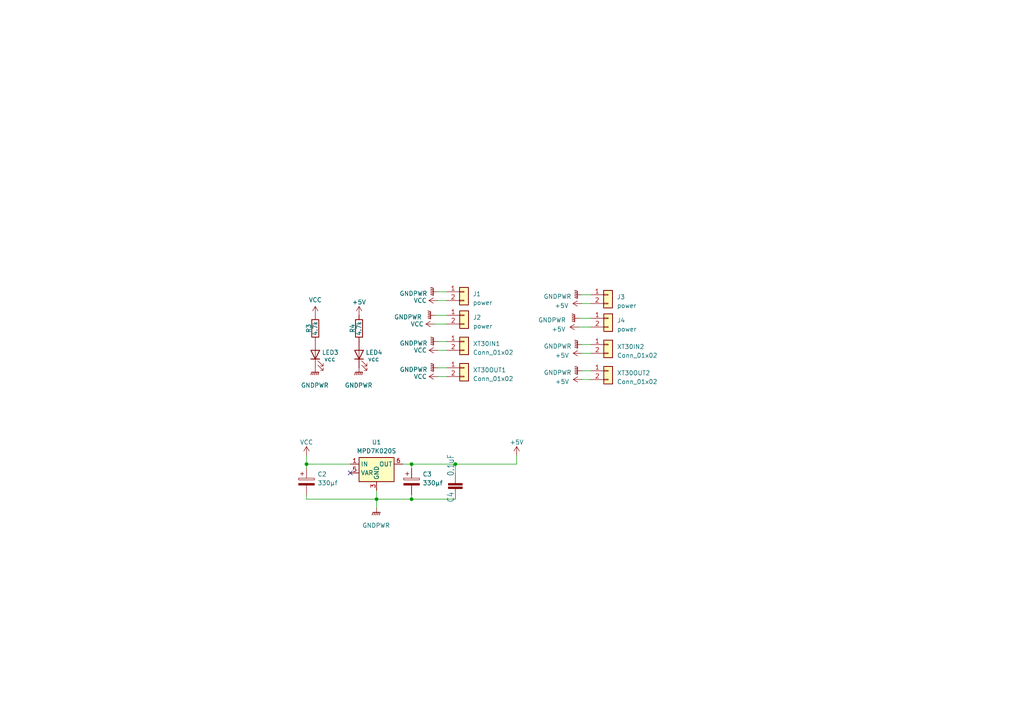
<source format=kicad_sch>
(kicad_sch (version 20230121) (generator eeschema)

  (uuid ec6757b7-ac67-484a-a28e-639569823ef4)

  (paper "A4")

  (lib_symbols
    (symbol "Connector_Generic:Conn_01x02" (pin_names (offset 1.016) hide) (in_bom yes) (on_board yes)
      (property "Reference" "J" (at 0 2.54 0)
        (effects (font (size 1.27 1.27)))
      )
      (property "Value" "Conn_01x02" (at 0 -5.08 0)
        (effects (font (size 1.27 1.27)))
      )
      (property "Footprint" "" (at 0 0 0)
        (effects (font (size 1.27 1.27)) hide)
      )
      (property "Datasheet" "~" (at 0 0 0)
        (effects (font (size 1.27 1.27)) hide)
      )
      (property "ki_keywords" "connector" (at 0 0 0)
        (effects (font (size 1.27 1.27)) hide)
      )
      (property "ki_description" "Generic connector, single row, 01x02, script generated (kicad-library-utils/schlib/autogen/connector/)" (at 0 0 0)
        (effects (font (size 1.27 1.27)) hide)
      )
      (property "ki_fp_filters" "Connector*:*_1x??_*" (at 0 0 0)
        (effects (font (size 1.27 1.27)) hide)
      )
      (symbol "Conn_01x02_1_1"
        (rectangle (start -1.27 -2.413) (end 0 -2.667)
          (stroke (width 0.1524) (type default))
          (fill (type none))
        )
        (rectangle (start -1.27 0.127) (end 0 -0.127)
          (stroke (width 0.1524) (type default))
          (fill (type none))
        )
        (rectangle (start -1.27 1.27) (end 1.27 -3.81)
          (stroke (width 0.254) (type default))
          (fill (type background))
        )
        (pin passive line (at -5.08 0 0) (length 3.81)
          (name "Pin_1" (effects (font (size 1.27 1.27))))
          (number "1" (effects (font (size 1.27 1.27))))
        )
        (pin passive line (at -5.08 -2.54 0) (length 3.81)
          (name "Pin_2" (effects (font (size 1.27 1.27))))
          (number "2" (effects (font (size 1.27 1.27))))
        )
      )
    )
    (symbol "Device:C_Polarized" (pin_numbers hide) (pin_names (offset 0.254)) (in_bom yes) (on_board yes)
      (property "Reference" "C" (at 0.635 2.54 0)
        (effects (font (size 1.27 1.27)) (justify left))
      )
      (property "Value" "C_Polarized" (at 0.635 -2.54 0)
        (effects (font (size 1.27 1.27)) (justify left))
      )
      (property "Footprint" "" (at 0.9652 -3.81 0)
        (effects (font (size 1.27 1.27)) hide)
      )
      (property "Datasheet" "~" (at 0 0 0)
        (effects (font (size 1.27 1.27)) hide)
      )
      (property "ki_keywords" "cap capacitor" (at 0 0 0)
        (effects (font (size 1.27 1.27)) hide)
      )
      (property "ki_description" "Polarized capacitor" (at 0 0 0)
        (effects (font (size 1.27 1.27)) hide)
      )
      (property "ki_fp_filters" "CP_*" (at 0 0 0)
        (effects (font (size 1.27 1.27)) hide)
      )
      (symbol "C_Polarized_0_1"
        (rectangle (start -2.286 0.508) (end 2.286 1.016)
          (stroke (width 0) (type default))
          (fill (type none))
        )
        (polyline
          (pts
            (xy -1.778 2.286)
            (xy -0.762 2.286)
          )
          (stroke (width 0) (type default))
          (fill (type none))
        )
        (polyline
          (pts
            (xy -1.27 2.794)
            (xy -1.27 1.778)
          )
          (stroke (width 0) (type default))
          (fill (type none))
        )
        (rectangle (start 2.286 -0.508) (end -2.286 -1.016)
          (stroke (width 0) (type default))
          (fill (type outline))
        )
      )
      (symbol "C_Polarized_1_1"
        (pin passive line (at 0 3.81 270) (length 2.794)
          (name "~" (effects (font (size 1.27 1.27))))
          (number "1" (effects (font (size 1.27 1.27))))
        )
        (pin passive line (at 0 -3.81 90) (length 2.794)
          (name "~" (effects (font (size 1.27 1.27))))
          (number "2" (effects (font (size 1.27 1.27))))
        )
      )
    )
    (symbol "Device:LED" (pin_numbers hide) (pin_names (offset 1.016) hide) (in_bom yes) (on_board yes)
      (property "Reference" "D" (at 0 2.54 0)
        (effects (font (size 1.27 1.27)))
      )
      (property "Value" "LED" (at 0 -2.54 0)
        (effects (font (size 1.27 1.27)))
      )
      (property "Footprint" "" (at 0 0 0)
        (effects (font (size 1.27 1.27)) hide)
      )
      (property "Datasheet" "~" (at 0 0 0)
        (effects (font (size 1.27 1.27)) hide)
      )
      (property "ki_keywords" "LED diode" (at 0 0 0)
        (effects (font (size 1.27 1.27)) hide)
      )
      (property "ki_description" "Light emitting diode" (at 0 0 0)
        (effects (font (size 1.27 1.27)) hide)
      )
      (property "ki_fp_filters" "LED* LED_SMD:* LED_THT:*" (at 0 0 0)
        (effects (font (size 1.27 1.27)) hide)
      )
      (symbol "LED_0_1"
        (polyline
          (pts
            (xy -1.27 -1.27)
            (xy -1.27 1.27)
          )
          (stroke (width 0.254) (type default))
          (fill (type none))
        )
        (polyline
          (pts
            (xy -1.27 0)
            (xy 1.27 0)
          )
          (stroke (width 0) (type default))
          (fill (type none))
        )
        (polyline
          (pts
            (xy 1.27 -1.27)
            (xy 1.27 1.27)
            (xy -1.27 0)
            (xy 1.27 -1.27)
          )
          (stroke (width 0.254) (type default))
          (fill (type none))
        )
        (polyline
          (pts
            (xy -3.048 -0.762)
            (xy -4.572 -2.286)
            (xy -3.81 -2.286)
            (xy -4.572 -2.286)
            (xy -4.572 -1.524)
          )
          (stroke (width 0) (type default))
          (fill (type none))
        )
        (polyline
          (pts
            (xy -1.778 -0.762)
            (xy -3.302 -2.286)
            (xy -2.54 -2.286)
            (xy -3.302 -2.286)
            (xy -3.302 -1.524)
          )
          (stroke (width 0) (type default))
          (fill (type none))
        )
      )
      (symbol "LED_1_1"
        (pin passive line (at -3.81 0 0) (length 2.54)
          (name "K" (effects (font (size 1.27 1.27))))
          (number "1" (effects (font (size 1.27 1.27))))
        )
        (pin passive line (at 3.81 0 180) (length 2.54)
          (name "A" (effects (font (size 1.27 1.27))))
          (number "2" (effects (font (size 1.27 1.27))))
        )
      )
    )
    (symbol "Device:R" (pin_numbers hide) (pin_names (offset 0)) (in_bom yes) (on_board yes)
      (property "Reference" "R" (at 2.032 0 90)
        (effects (font (size 1.27 1.27)))
      )
      (property "Value" "R" (at 0 0 90)
        (effects (font (size 1.27 1.27)))
      )
      (property "Footprint" "" (at -1.778 0 90)
        (effects (font (size 1.27 1.27)) hide)
      )
      (property "Datasheet" "~" (at 0 0 0)
        (effects (font (size 1.27 1.27)) hide)
      )
      (property "ki_keywords" "R res resistor" (at 0 0 0)
        (effects (font (size 1.27 1.27)) hide)
      )
      (property "ki_description" "Resistor" (at 0 0 0)
        (effects (font (size 1.27 1.27)) hide)
      )
      (property "ki_fp_filters" "R_*" (at 0 0 0)
        (effects (font (size 1.27 1.27)) hide)
      )
      (symbol "R_0_1"
        (rectangle (start -1.016 -2.54) (end 1.016 2.54)
          (stroke (width 0.254) (type default))
          (fill (type none))
        )
      )
      (symbol "R_1_1"
        (pin passive line (at 0 3.81 270) (length 1.27)
          (name "~" (effects (font (size 1.27 1.27))))
          (number "1" (effects (font (size 1.27 1.27))))
        )
        (pin passive line (at 0 -3.81 90) (length 1.27)
          (name "~" (effects (font (size 1.27 1.27))))
          (number "2" (effects (font (size 1.27 1.27))))
        )
      )
    )
    (symbol "power:+5V" (power) (pin_names (offset 0)) (in_bom yes) (on_board yes)
      (property "Reference" "#PWR" (at 0 -3.81 0)
        (effects (font (size 1.27 1.27)) hide)
      )
      (property "Value" "+5V" (at 0 3.556 0)
        (effects (font (size 1.27 1.27)))
      )
      (property "Footprint" "" (at 0 0 0)
        (effects (font (size 1.27 1.27)) hide)
      )
      (property "Datasheet" "" (at 0 0 0)
        (effects (font (size 1.27 1.27)) hide)
      )
      (property "ki_keywords" "global power" (at 0 0 0)
        (effects (font (size 1.27 1.27)) hide)
      )
      (property "ki_description" "Power symbol creates a global label with name \"+5V\"" (at 0 0 0)
        (effects (font (size 1.27 1.27)) hide)
      )
      (symbol "+5V_0_1"
        (polyline
          (pts
            (xy -0.762 1.27)
            (xy 0 2.54)
          )
          (stroke (width 0) (type default))
          (fill (type none))
        )
        (polyline
          (pts
            (xy 0 0)
            (xy 0 2.54)
          )
          (stroke (width 0) (type default))
          (fill (type none))
        )
        (polyline
          (pts
            (xy 0 2.54)
            (xy 0.762 1.27)
          )
          (stroke (width 0) (type default))
          (fill (type none))
        )
      )
      (symbol "+5V_1_1"
        (pin power_in line (at 0 0 90) (length 0) hide
          (name "+5V" (effects (font (size 1.27 1.27))))
          (number "1" (effects (font (size 1.27 1.27))))
        )
      )
    )
    (symbol "power:GNDPWR" (power) (pin_names (offset 0)) (in_bom yes) (on_board yes)
      (property "Reference" "#PWR" (at 0 -5.08 0)
        (effects (font (size 1.27 1.27)) hide)
      )
      (property "Value" "GNDPWR" (at 0 -3.302 0)
        (effects (font (size 1.27 1.27)))
      )
      (property "Footprint" "" (at 0 -1.27 0)
        (effects (font (size 1.27 1.27)) hide)
      )
      (property "Datasheet" "" (at 0 -1.27 0)
        (effects (font (size 1.27 1.27)) hide)
      )
      (property "ki_keywords" "global ground" (at 0 0 0)
        (effects (font (size 1.27 1.27)) hide)
      )
      (property "ki_description" "Power symbol creates a global label with name \"GNDPWR\" , global ground" (at 0 0 0)
        (effects (font (size 1.27 1.27)) hide)
      )
      (symbol "GNDPWR_0_1"
        (polyline
          (pts
            (xy 0 -1.27)
            (xy 0 0)
          )
          (stroke (width 0) (type default))
          (fill (type none))
        )
        (polyline
          (pts
            (xy -1.016 -1.27)
            (xy -1.27 -2.032)
            (xy -1.27 -2.032)
          )
          (stroke (width 0.2032) (type default))
          (fill (type none))
        )
        (polyline
          (pts
            (xy -0.508 -1.27)
            (xy -0.762 -2.032)
            (xy -0.762 -2.032)
          )
          (stroke (width 0.2032) (type default))
          (fill (type none))
        )
        (polyline
          (pts
            (xy 0 -1.27)
            (xy -0.254 -2.032)
            (xy -0.254 -2.032)
          )
          (stroke (width 0.2032) (type default))
          (fill (type none))
        )
        (polyline
          (pts
            (xy 0.508 -1.27)
            (xy 0.254 -2.032)
            (xy 0.254 -2.032)
          )
          (stroke (width 0.2032) (type default))
          (fill (type none))
        )
        (polyline
          (pts
            (xy 1.016 -1.27)
            (xy -1.016 -1.27)
            (xy -1.016 -1.27)
          )
          (stroke (width 0.2032) (type default))
          (fill (type none))
        )
        (polyline
          (pts
            (xy 1.016 -1.27)
            (xy 0.762 -2.032)
            (xy 0.762 -2.032)
            (xy 0.762 -2.032)
          )
          (stroke (width 0.2032) (type default))
          (fill (type none))
        )
      )
      (symbol "GNDPWR_1_1"
        (pin power_in line (at 0 0 270) (length 0) hide
          (name "GNDPWR" (effects (font (size 1.27 1.27))))
          (number "1" (effects (font (size 1.27 1.27))))
        )
      )
    )
    (symbol "power:VCC" (power) (pin_names (offset 0)) (in_bom yes) (on_board yes)
      (property "Reference" "#PWR" (at 0 -3.81 0)
        (effects (font (size 1.27 1.27)) hide)
      )
      (property "Value" "VCC" (at 0 3.81 0)
        (effects (font (size 1.27 1.27)))
      )
      (property "Footprint" "" (at 0 0 0)
        (effects (font (size 1.27 1.27)) hide)
      )
      (property "Datasheet" "" (at 0 0 0)
        (effects (font (size 1.27 1.27)) hide)
      )
      (property "ki_keywords" "global power" (at 0 0 0)
        (effects (font (size 1.27 1.27)) hide)
      )
      (property "ki_description" "Power symbol creates a global label with name \"VCC\"" (at 0 0 0)
        (effects (font (size 1.27 1.27)) hide)
      )
      (symbol "VCC_0_1"
        (polyline
          (pts
            (xy -0.762 1.27)
            (xy 0 2.54)
          )
          (stroke (width 0) (type default))
          (fill (type none))
        )
        (polyline
          (pts
            (xy 0 0)
            (xy 0 2.54)
          )
          (stroke (width 0) (type default))
          (fill (type none))
        )
        (polyline
          (pts
            (xy 0 2.54)
            (xy 0.762 1.27)
          )
          (stroke (width 0) (type default))
          (fill (type none))
        )
      )
      (symbol "VCC_1_1"
        (pin power_in line (at 0 0 90) (length 0) hide
          (name "VCC" (effects (font (size 1.27 1.27))))
          (number "1" (effects (font (size 1.27 1.27))))
        )
      )
    )
    (symbol "thistunalib_Converter_DCDC:MPD7K020S" (in_bom yes) (on_board yes)
      (property "Reference" "U" (at -3.81 3.175 0)
        (effects (font (size 1.27 1.27)))
      )
      (property "Value" "MPD7K020S" (at 0 3.175 0)
        (effects (font (size 1.27 1.27)) (justify left))
      )
      (property "Footprint" "thistunalib_Converter_DCDC:Converter_DCDC_muRata_MPD7K020S_THT" (at 1.27 -6.35 0)
        (effects (font (size 1.27 1.27) italic) (justify left) hide)
      )
      (property "Datasheet" "" (at 0 0 0)
        (effects (font (size 1.27 1.27)) hide)
      )
      (property "ki_keywords" "dc-dc murata Step-Down DC/DC-Regulator" (at 0 0 0)
        (effects (font (size 1.27 1.27)) hide)
      )
      (property "ki_description" "5A(5A) 3A(12V) Step-Down DC/DC-Regulator, 17-40V input, 5V or 12V fixed Output Voltage, -10°C to +80°C, MPD7K020S" (at 0 0 0)
        (effects (font (size 1.27 1.27)) hide)
      )
      (property "ki_fp_filters" "Converter*DCDC*muRata*MPD7K020S*" (at 0 0 0)
        (effects (font (size 1.27 1.27)) hide)
      )
      (symbol "MPD7K020S_0_1"
        (rectangle (start -5.08 1.905) (end 5.08 -5.08)
          (stroke (width 0.254) (type solid))
          (fill (type background))
        )
      )
      (symbol "MPD7K020S_1_1"
        (pin power_in line (at -7.62 0 0) (length 2.54)
          (name "IN" (effects (font (size 1.27 1.27))))
          (number "1" (effects (font (size 1.27 1.27))))
        )
        (pin power_in line (at -7.62 0 0) (length 2.54) hide
          (name "IN" (effects (font (size 1.27 1.27))))
          (number "2" (effects (font (size 1.27 1.27))))
        )
        (pin power_in line (at 0 -7.62 90) (length 2.54)
          (name "GND" (effects (font (size 1.27 1.27))))
          (number "3" (effects (font (size 1.27 1.27))))
        )
        (pin power_in line (at 0 -7.62 90) (length 2.54) hide
          (name "GND" (effects (font (size 1.27 1.27))))
          (number "4" (effects (font (size 1.27 1.27))))
        )
        (pin input line (at -7.62 -2.54 0) (length 2.54)
          (name "VAR" (effects (font (size 1.27 1.27))))
          (number "5" (effects (font (size 1.27 1.27))))
        )
        (pin power_out line (at 7.62 0 180) (length 2.54)
          (name "OUT" (effects (font (size 1.27 1.27))))
          (number "6" (effects (font (size 1.27 1.27))))
        )
        (pin power_out line (at 7.62 0 180) (length 2.54) hide
          (name "OUT" (effects (font (size 1.27 1.27))))
          (number "7" (effects (font (size 1.27 1.27))))
        )
        (pin power_in line (at 0 -7.62 90) (length 2.54) hide
          (name "GND" (effects (font (size 1.27 1.27))))
          (number "8" (effects (font (size 1.27 1.27))))
        )
      )
    )
    (symbol "ver1-eagle-import:C-EUC0805" (in_bom yes) (on_board yes)
      (property "Reference" "C" (at 1.524 0.381 0)
        (effects (font (size 1.778 1.5113)) (justify left bottom))
      )
      (property "Value" "" (at 1.524 -4.699 0)
        (effects (font (size 1.778 1.5113)) (justify left bottom))
      )
      (property "Footprint" "ver1:C0805" (at 0 0 0)
        (effects (font (size 1.27 1.27)) hide)
      )
      (property "Datasheet" "" (at 0 0 0)
        (effects (font (size 1.27 1.27)) hide)
      )
      (property "ki_locked" "" (at 0 0 0)
        (effects (font (size 1.27 1.27)))
      )
      (symbol "C-EUC0805_1_0"
        (rectangle (start -2.032 -2.032) (end 2.032 -1.524)
          (stroke (width 0) (type default))
          (fill (type outline))
        )
        (rectangle (start -2.032 -1.016) (end 2.032 -0.508)
          (stroke (width 0) (type default))
          (fill (type outline))
        )
        (polyline
          (pts
            (xy 0 -2.54)
            (xy 0 -2.032)
          )
          (stroke (width 0.1524) (type solid))
          (fill (type none))
        )
        (polyline
          (pts
            (xy 0 0)
            (xy 0 -0.508)
          )
          (stroke (width 0.1524) (type solid))
          (fill (type none))
        )
        (pin passive line (at 0 2.54 270) (length 2.54)
          (name "1" (effects (font (size 0 0))))
          (number "1" (effects (font (size 0 0))))
        )
        (pin passive line (at 0 -5.08 90) (length 2.54)
          (name "2" (effects (font (size 0 0))))
          (number "2" (effects (font (size 0 0))))
        )
      )
    )
  )

  (junction (at 132.08 134.62) (diameter 0) (color 0 0 0 0)
    (uuid 24f39a11-692a-4b30-a385-5b92741eeb62)
  )
  (junction (at 88.9 134.62) (diameter 0) (color 0 0 0 0)
    (uuid 2d77ad7a-73db-4e4a-87b8-664e6c4a5e79)
  )
  (junction (at 109.22 144.78) (diameter 0) (color 0 0 0 0)
    (uuid 5e5fc43d-700b-4bf6-b6ed-725ba17d4c4c)
  )
  (junction (at 119.38 134.62) (diameter 0) (color 0 0 0 0)
    (uuid b99ae169-265b-47b8-b053-84bce2353465)
  )
  (junction (at 119.38 144.78) (diameter 0) (color 0 0 0 0)
    (uuid e979ce37-8485-4bf3-925d-48fb2a5b7f1e)
  )

  (no_connect (at 101.6 137.16) (uuid 9d477f68-bc01-4c8c-9aca-d2baa26a14cc))

  (wire (pts (xy 126.0877 93.9935) (xy 129.1769 93.9935))
    (stroke (width 0) (type default))
    (uuid 0835df2e-fceb-4b6b-9bf9-f83f2a29f1e1)
  )
  (wire (pts (xy 109.22 144.78) (xy 119.38 144.78))
    (stroke (width 0) (type default))
    (uuid 09f3a189-ccdf-47f7-86c9-2f7487c6e5a5)
  )
  (wire (pts (xy 119.38 134.62) (xy 119.38 135.89))
    (stroke (width 0) (type default))
    (uuid 0b2aba75-c531-44cf-a72d-8024a1ed42e2)
  )
  (wire (pts (xy 129.2055 91.4499) (xy 129.2055 91.44))
    (stroke (width 0) (type default))
    (uuid 0fdd3133-e66b-475a-8733-4ff6ac7e044f)
  )
  (wire (pts (xy 88.9 134.62) (xy 88.9 135.89))
    (stroke (width 0) (type default))
    (uuid 10e8637c-cd42-4bf8-87b2-0ce9885e1232)
  )
  (wire (pts (xy 127 109.22) (xy 129.54 109.22))
    (stroke (width 0) (type default))
    (uuid 175231c5-a2b7-4555-85bc-dcd7f7adfc78)
  )
  (wire (pts (xy 88.9 144.78) (xy 109.22 144.78))
    (stroke (width 0) (type default))
    (uuid 19e2ef67-c9b8-4a8b-b596-6cd15ffae316)
  )
  (wire (pts (xy 88.9 132.08) (xy 88.9 134.62))
    (stroke (width 0) (type default))
    (uuid 1bc8e65e-c501-47d4-ac9d-cf8e4c4dac90)
  )
  (wire (pts (xy 101.6 134.62) (xy 88.9 134.62))
    (stroke (width 0) (type default))
    (uuid 1cfde6ed-f855-4e12-af22-95c715a10ae4)
  )
  (wire (pts (xy 127 101.6) (xy 129.54 101.6))
    (stroke (width 0) (type default))
    (uuid 1eafe33a-c934-499f-aacd-0d721ad76961)
  )
  (wire (pts (xy 132.08 134.62) (xy 132.08 137.16))
    (stroke (width 0) (type default))
    (uuid 21c056bf-e0aa-40ea-8c5a-e06617810f27)
  )
  (wire (pts (xy 129.1769 93.9935) (xy 129.1769 93.98))
    (stroke (width 0) (type default))
    (uuid 2cb1e177-c3dd-4893-aeaf-3f2f945da9b6)
  )
  (wire (pts (xy 109.22 144.78) (xy 109.22 142.24))
    (stroke (width 0) (type default))
    (uuid 414d384a-b980-48ce-8445-5e721dfa2076)
  )
  (wire (pts (xy 119.38 134.62) (xy 116.84 134.62))
    (stroke (width 0) (type default))
    (uuid 4bfa9235-ee67-4798-88bc-b2a2e9856756)
  )
  (wire (pts (xy 170.9913 92.3098) (xy 171.3258 92.3098))
    (stroke (width 0) (type default))
    (uuid 52213c9d-d441-4928-8771-4b8782f7465a)
  )
  (wire (pts (xy 119.38 144.78) (xy 132.08 144.78))
    (stroke (width 0) (type default))
    (uuid 56cab213-1fc4-4a33-b75e-920cdba0f28a)
  )
  (wire (pts (xy 168.7858 99.9298) (xy 171.3258 99.9298))
    (stroke (width 0) (type default))
    (uuid 5ec3c0b5-0c80-4842-8e3e-4b1107c0e407)
  )
  (wire (pts (xy 167.8735 94.8633) (xy 170.7292 94.8633))
    (stroke (width 0) (type default))
    (uuid 60082f13-919a-452a-914f-55f3609f0386)
  )
  (wire (pts (xy 129.2055 91.44) (xy 129.54 91.44))
    (stroke (width 0) (type default))
    (uuid 62087bcc-b4fb-47d1-8ea5-18105a4ece97)
  )
  (wire (pts (xy 127 106.68) (xy 129.54 106.68))
    (stroke (width 0) (type default))
    (uuid 63ceabb0-ec61-44f5-9ecd-d3c4de5f7f10)
  )
  (wire (pts (xy 88.9 143.51) (xy 88.9 144.78))
    (stroke (width 0) (type default))
    (uuid 716b20d3-ec06-4139-8530-afa9cad5b4b1)
  )
  (wire (pts (xy 109.22 147.32) (xy 109.22 144.78))
    (stroke (width 0) (type default))
    (uuid 75a07a3a-f500-4326-8577-8c60913992f5)
  )
  (wire (pts (xy 168.741 88.0383) (xy 171.281 88.0383))
    (stroke (width 0) (type default))
    (uuid 783c1a1d-1b1e-4af7-ad88-9a210241fd47)
  )
  (wire (pts (xy 170.7292 94.8498) (xy 171.3258 94.8498))
    (stroke (width 0) (type default))
    (uuid 7a23a300-d280-400f-acd5-9d069951f5e4)
  )
  (wire (pts (xy 127 99.06) (xy 129.54 99.06))
    (stroke (width 0) (type default))
    (uuid 7be83541-f166-4dfd-bc9e-6bb96c33cfd9)
  )
  (wire (pts (xy 171.281 85.4983) (xy 168.741 85.4983))
    (stroke (width 0) (type default))
    (uuid 827713c3-81df-415d-8fca-4c1ffbc23843)
  )
  (wire (pts (xy 168.7858 107.5498) (xy 171.3258 107.5498))
    (stroke (width 0) (type default))
    (uuid 88e28e9a-0abc-46a4-a636-c1a7de8f0974)
  )
  (wire (pts (xy 119.38 134.62) (xy 132.08 134.62))
    (stroke (width 0) (type default))
    (uuid 8b9c5f79-4638-4724-aeb9-db03fc484cfb)
  )
  (wire (pts (xy 170.8236 110.0656) (xy 170.8236 110.0898))
    (stroke (width 0) (type default))
    (uuid 90b8866a-fdd8-445a-a0b0-c91602f1b74b)
  )
  (wire (pts (xy 170.9913 92.3197) (xy 170.9913 92.3098))
    (stroke (width 0) (type default))
    (uuid 9aeca5eb-0c5d-48d2-bb6e-8c625a90a7ee)
  )
  (wire (pts (xy 170.7292 94.8633) (xy 170.7292 94.8498))
    (stroke (width 0) (type default))
    (uuid 9e57bb62-c566-4ed7-a8f3-a56ceac2dbc9)
  )
  (wire (pts (xy 129.1769 93.98) (xy 129.54 93.98))
    (stroke (width 0) (type default))
    (uuid 9e69d249-9fc1-458c-9274-8f7df54be43f)
  )
  (wire (pts (xy 149.86 132.08) (xy 149.86 134.62))
    (stroke (width 0) (type default))
    (uuid abda7738-ba79-4ff9-8650-19c859bbfad6)
  )
  (wire (pts (xy 126.1791 91.4499) (xy 129.2055 91.4499))
    (stroke (width 0) (type default))
    (uuid b42d1a3a-ceba-4189-849b-556177589069)
  )
  (wire (pts (xy 126.9552 87.1685) (xy 129.4952 87.1685))
    (stroke (width 0) (type default))
    (uuid b47694cc-7f0d-4e0e-a169-dfa25e49d855)
  )
  (wire (pts (xy 167.9649 92.3197) (xy 170.9913 92.3197))
    (stroke (width 0) (type default))
    (uuid cd8bcc67-cb6b-4094-9588-1e4ee2cc040d)
  )
  (wire (pts (xy 168.7858 102.4698) (xy 171.3258 102.4698))
    (stroke (width 0) (type default))
    (uuid d03c752a-6145-4227-a1cb-50b7f0ee2d79)
  )
  (wire (pts (xy 170.8236 110.0898) (xy 171.3258 110.0898))
    (stroke (width 0) (type default))
    (uuid d1da0b33-a523-40b4-ac46-3942ec9d9a77)
  )
  (wire (pts (xy 129.4952 84.6285) (xy 126.9552 84.6285))
    (stroke (width 0) (type default))
    (uuid d6dac130-d932-44c2-a2e0-a9eb21b6aa90)
  )
  (wire (pts (xy 119.38 144.78) (xy 119.38 143.51))
    (stroke (width 0) (type default))
    (uuid d9d6df8d-8267-487f-8167-cadd8b7d3e37)
  )
  (wire (pts (xy 168.8137 110.0656) (xy 170.8236 110.0656))
    (stroke (width 0) (type default))
    (uuid ef764065-85f1-4291-966b-ae5c390861f0)
  )
  (wire (pts (xy 132.08 134.62) (xy 149.86 134.62))
    (stroke (width 0) (type default))
    (uuid f3152e87-e136-40a6-a2de-907673fb0ee2)
  )

  (symbol (lib_id "Device:C_Polarized") (at 119.38 139.7 0) (unit 1)
    (in_bom yes) (on_board yes) (dnp no)
    (uuid 020037b9-217a-43be-956a-dc121e551879)
    (property "Reference" "C9" (at 122.555 137.541 0)
      (effects (font (size 1.27 1.27)) (justify left))
    )
    (property "Value" "330μf" (at 122.555 140.081 0)
      (effects (font (size 1.27 1.27)) (justify left))
    )
    (property "Footprint" "Capacitor_SMD:CP_Elec_10x10" (at 120.3452 143.51 0)
      (effects (font (size 1.27 1.27)) hide)
    )
    (property "Datasheet" "~" (at 119.38 139.7 0)
      (effects (font (size 1.27 1.27)) hide)
    )
    (pin "1" (uuid bf437f6a-2860-4767-b228-b9605a37cca1))
    (pin "2" (uuid 6d088a0b-b55e-4c1e-89cd-45cac67a81d8))
    (instances
      (project "ALTAIR_SERVO_MODULE_V1"
        (path "/5f8291ae-6b30-4227-b99f-27fcfbfcfd0c"
          (reference "C9") (unit 1)
        )
      )
      (project "PowerCircuit_v1"
        (path "/ec6757b7-ac67-484a-a28e-639569823ef4"
          (reference "C3") (unit 1)
        )
      )
    )
  )

  (symbol (lib_id "Connector_Generic:Conn_01x02") (at 176.4058 99.9298 0) (unit 1)
    (in_bom yes) (on_board yes) (dnp no)
    (uuid 059389e9-2162-4340-99d4-685a67e78362)
    (property "Reference" "XT30IN2" (at 178.9458 100.5648 0)
      (effects (font (size 1.27 1.27)) (justify left))
    )
    (property "Value" "Conn_01x02" (at 178.9458 103.1048 0)
      (effects (font (size 1.27 1.27)) (justify left))
    )
    (property "Footprint" "Connector_AMASS:AMASS_XT30PW-F_1x02_P2.50mm_Horizontal" (at 176.4058 99.9298 0)
      (effects (font (size 1.27 1.27)) hide)
    )
    (property "Datasheet" "~" (at 176.4058 99.9298 0)
      (effects (font (size 1.27 1.27)) hide)
    )
    (pin "1" (uuid ac372d7a-b06e-4352-ba81-5d6be0309aa4))
    (pin "2" (uuid 55b9b3a6-7766-4fae-ad1c-178603bb24f0))
    (instances
      (project "PowerCircuit_v1"
        (path "/ec6757b7-ac67-484a-a28e-639569823ef4"
          (reference "XT30IN2") (unit 1)
        )
      )
    )
  )

  (symbol (lib_id "power:GNDPWR") (at 126.1791 91.4499 270) (unit 1)
    (in_bom yes) (on_board yes) (dnp no) (fields_autoplaced)
    (uuid 115ea87f-dba5-44c0-a8ce-15856df8f5d6)
    (property "Reference" "#PWR02" (at 121.0991 91.4499 0)
      (effects (font (size 1.27 1.27)) hide)
    )
    (property "Value" "GNDPWR" (at 122.3691 91.9579 90)
      (effects (font (size 1.27 1.27)) (justify right))
    )
    (property "Footprint" "" (at 124.9091 91.4499 0)
      (effects (font (size 1.27 1.27)) hide)
    )
    (property "Datasheet" "" (at 124.9091 91.4499 0)
      (effects (font (size 1.27 1.27)) hide)
    )
    (pin "1" (uuid 3a0fc8b5-88a1-435f-8c7e-7f5e5bfc8ee8))
    (instances
      (project "PowerCircuit_v1"
        (path "/ec6757b7-ac67-484a-a28e-639569823ef4"
          (reference "#PWR02") (unit 1)
        )
      )
    )
  )

  (symbol (lib_id "Device:R") (at 104.14 95.25 180) (unit 1)
    (in_bom yes) (on_board yes) (dnp no)
    (uuid 1838f645-3fd8-4ca0-81d1-b4986ab197f1)
    (property "Reference" "R3" (at 102.235 95.25 90)
      (effects (font (size 1.27 1.27)))
    )
    (property "Value" "4.7k" (at 104.14 95.25 90)
      (effects (font (size 1.27 1.27)))
    )
    (property "Footprint" "Resistor_SMD:R_0603_1608Metric" (at 105.918 95.25 90)
      (effects (font (size 1.27 1.27)) hide)
    )
    (property "Datasheet" "~" (at 104.14 95.25 0)
      (effects (font (size 1.27 1.27)) hide)
    )
    (pin "1" (uuid 55924acb-7261-4c31-9da9-9fe4d8bea781))
    (pin "2" (uuid cbfaa052-af4d-43ac-9e19-aaded056880c))
    (instances
      (project "ALTAIR_SERVO_MODULE_V1"
        (path "/5f8291ae-6b30-4227-b99f-27fcfbfcfd0c"
          (reference "R3") (unit 1)
        )
      )
      (project "PowerCircuit_v1"
        (path "/ec6757b7-ac67-484a-a28e-639569823ef4"
          (reference "R4") (unit 1)
        )
      )
    )
  )

  (symbol (lib_id "power:VCC") (at 127 109.22 90) (unit 1)
    (in_bom yes) (on_board yes) (dnp no) (fields_autoplaced)
    (uuid 18cc0e2f-157e-4821-a06d-c36e597dbc55)
    (property "Reference" "#PWR016" (at 130.81 109.22 0)
      (effects (font (size 1.27 1.27)) hide)
    )
    (property "Value" "VCC" (at 123.825 109.22 90)
      (effects (font (size 1.27 1.27)) (justify left))
    )
    (property "Footprint" "" (at 127 109.22 0)
      (effects (font (size 1.27 1.27)) hide)
    )
    (property "Datasheet" "" (at 127 109.22 0)
      (effects (font (size 1.27 1.27)) hide)
    )
    (pin "1" (uuid e6105cca-2a11-4290-bed6-1b6d6c1fe518))
    (instances
      (project "ALTAIR_SERVO_MODULE_V1"
        (path "/5f8291ae-6b30-4227-b99f-27fcfbfcfd0c"
          (reference "#PWR016") (unit 1)
        )
      )
      (project "PowerCircuit_v1"
        (path "/ec6757b7-ac67-484a-a28e-639569823ef4"
          (reference "#PWR08") (unit 1)
        )
      )
    )
  )

  (symbol (lib_id "power:GNDPWR") (at 126.9552 84.6285 270) (unit 1)
    (in_bom yes) (on_board yes) (dnp no) (fields_autoplaced)
    (uuid 25f39abc-3ef0-464d-8e15-d5deb6193f14)
    (property "Reference" "#PWR03" (at 121.8752 84.6285 0)
      (effects (font (size 1.27 1.27)) hide)
    )
    (property "Value" "GNDPWR" (at 123.9479 85.1365 90)
      (effects (font (size 1.27 1.27)) (justify right))
    )
    (property "Footprint" "" (at 125.6852 84.6285 0)
      (effects (font (size 1.27 1.27)) hide)
    )
    (property "Datasheet" "" (at 125.6852 84.6285 0)
      (effects (font (size 1.27 1.27)) hide)
    )
    (pin "1" (uuid 40d5a91c-7dde-4cd9-a494-1b9dacabb8ef))
    (instances
      (project "PowerCircuit_v1"
        (path "/ec6757b7-ac67-484a-a28e-639569823ef4"
          (reference "#PWR03") (unit 1)
        )
      )
    )
  )

  (symbol (lib_id "Connector_Generic:Conn_01x02") (at 134.62 99.06 0) (unit 1)
    (in_bom yes) (on_board yes) (dnp no)
    (uuid 296122ad-1bf0-4f4a-a9b1-ad3e660232d0)
    (property "Reference" "XT30IN1" (at 137.16 99.695 0)
      (effects (font (size 1.27 1.27)) (justify left))
    )
    (property "Value" "Conn_01x02" (at 137.16 102.235 0)
      (effects (font (size 1.27 1.27)) (justify left))
    )
    (property "Footprint" "Connector_AMASS:AMASS_XT30PW-F_1x02_P2.50mm_Horizontal" (at 134.62 99.06 0)
      (effects (font (size 1.27 1.27)) hide)
    )
    (property "Datasheet" "~" (at 134.62 99.06 0)
      (effects (font (size 1.27 1.27)) hide)
    )
    (pin "1" (uuid fd86cd0c-4f40-4aa3-80ac-c848bdcaed01))
    (pin "2" (uuid 5ee19429-6f38-4b1d-b9a5-f7023cb88967))
    (instances
      (project "PowerCircuit_v1"
        (path "/ec6757b7-ac67-484a-a28e-639569823ef4"
          (reference "XT30IN1") (unit 1)
        )
      )
    )
  )

  (symbol (lib_id "Connector_Generic:Conn_01x02") (at 134.62 106.68 0) (unit 1)
    (in_bom yes) (on_board yes) (dnp no)
    (uuid 2c5c0165-f4a0-476d-8770-5892dce3d09e)
    (property "Reference" "XT30OUT1" (at 137.16 107.315 0)
      (effects (font (size 1.27 1.27)) (justify left))
    )
    (property "Value" "Conn_01x02" (at 137.16 109.855 0)
      (effects (font (size 1.27 1.27)) (justify left))
    )
    (property "Footprint" "Connector_AMASS:AMASS_XT30PW-F_1x02_P2.50mm_Horizontal" (at 134.62 106.68 0)
      (effects (font (size 1.27 1.27)) hide)
    )
    (property "Datasheet" "~" (at 134.62 106.68 0)
      (effects (font (size 1.27 1.27)) hide)
    )
    (pin "1" (uuid cebcc5c6-722b-42fd-a1ce-fb6b5874beb0))
    (pin "2" (uuid 1e300b64-a758-4363-a0b2-fbb8d2752edf))
    (instances
      (project "PowerCircuit_v1"
        (path "/ec6757b7-ac67-484a-a28e-639569823ef4"
          (reference "XT30OUT1") (unit 1)
        )
      )
    )
  )

  (symbol (lib_id "Device:LED") (at 104.14 102.87 90) (unit 1)
    (in_bom yes) (on_board yes) (dnp no)
    (uuid 2d907592-056a-449a-8241-0252c6fa30ee)
    (property "Reference" "LED3" (at 106.045 102.235 90)
      (effects (font (size 1.27 1.27)) (justify right))
    )
    (property "Value" "vcc" (at 106.68 104.14 90)
      (effects (font (size 1.27 1.27)) (justify right))
    )
    (property "Footprint" "LED_SMD:LED_0603_1608Metric" (at 104.14 102.87 0)
      (effects (font (size 1.27 1.27)) hide)
    )
    (property "Datasheet" "~" (at 104.14 102.87 0)
      (effects (font (size 1.27 1.27)) hide)
    )
    (pin "1" (uuid d4041830-8c06-4abe-acc0-f5fd890ed9a9))
    (pin "2" (uuid 60d197d1-51f6-4348-995e-30e9ab5477a5))
    (instances
      (project "ALTAIR_SERVO_MODULE_V1"
        (path "/5f8291ae-6b30-4227-b99f-27fcfbfcfd0c"
          (reference "LED3") (unit 1)
        )
      )
      (project "PowerCircuit_v1"
        (path "/ec6757b7-ac67-484a-a28e-639569823ef4"
          (reference "LED4") (unit 1)
        )
      )
    )
  )

  (symbol (lib_id "power:GNDPWR") (at 127 99.06 270) (unit 1)
    (in_bom yes) (on_board yes) (dnp no) (fields_autoplaced)
    (uuid 40bb89be-a4e5-4ff8-b52f-885c7da65363)
    (property "Reference" "#PWR05" (at 121.92 99.06 0)
      (effects (font (size 1.27 1.27)) hide)
    )
    (property "Value" "GNDPWR" (at 123.9927 99.568 90)
      (effects (font (size 1.27 1.27)) (justify right))
    )
    (property "Footprint" "" (at 125.73 99.06 0)
      (effects (font (size 1.27 1.27)) hide)
    )
    (property "Datasheet" "" (at 125.73 99.06 0)
      (effects (font (size 1.27 1.27)) hide)
    )
    (pin "1" (uuid e9ba81b9-986d-4b18-8e6f-8ae3c244aa62))
    (instances
      (project "PowerCircuit_v1"
        (path "/ec6757b7-ac67-484a-a28e-639569823ef4"
          (reference "#PWR05") (unit 1)
        )
      )
    )
  )

  (symbol (lib_id "Connector_Generic:Conn_01x02") (at 134.5752 84.6285 0) (unit 1)
    (in_bom yes) (on_board yes) (dnp no) (fields_autoplaced)
    (uuid 412d1539-f82e-41d2-9a0a-d34f94a70c59)
    (property "Reference" "J9" (at 137.1152 85.2635 0)
      (effects (font (size 1.27 1.27)) (justify left))
    )
    (property "Value" "power" (at 137.1152 87.8035 0)
      (effects (font (size 1.27 1.27)) (justify left))
    )
    (property "Footprint" "Connector_AMASS:AMASS_XT60PW-M_1x02_P7.20mm_Horizontal" (at 134.5752 84.6285 0)
      (effects (font (size 1.27 1.27)) hide)
    )
    (property "Datasheet" "~" (at 134.5752 84.6285 0)
      (effects (font (size 1.27 1.27)) hide)
    )
    (pin "1" (uuid aeaf0d74-d1f9-40e0-b827-ad1979826b77))
    (pin "2" (uuid c2ac079c-3257-4ef6-b5b2-1da6101229d3))
    (instances
      (project "ALTAIR_SERVO_MODULE_V1"
        (path "/5f8291ae-6b30-4227-b99f-27fcfbfcfd0c"
          (reference "J9") (unit 1)
        )
      )
      (project "PowerCircuit_v1"
        (path "/ec6757b7-ac67-484a-a28e-639569823ef4"
          (reference "J1") (unit 1)
        )
      )
    )
  )

  (symbol (lib_id "Connector_Generic:Conn_01x02") (at 176.4058 92.3098 0) (unit 1)
    (in_bom yes) (on_board yes) (dnp no) (fields_autoplaced)
    (uuid 4e44acab-1e85-4240-aec5-314ff15de6e5)
    (property "Reference" "J15" (at 178.9458 92.9448 0)
      (effects (font (size 1.27 1.27)) (justify left))
    )
    (property "Value" "power" (at 178.9458 95.4848 0)
      (effects (font (size 1.27 1.27)) (justify left))
    )
    (property "Footprint" "Connector_AMASS:AMASS_XT60PW-M_1x02_P7.20mm_Horizontal" (at 176.4058 92.3098 0)
      (effects (font (size 1.27 1.27)) hide)
    )
    (property "Datasheet" "~" (at 176.4058 92.3098 0)
      (effects (font (size 1.27 1.27)) hide)
    )
    (pin "1" (uuid 4ea21c04-523d-4f88-88ec-7eb91cf7ddf4))
    (pin "2" (uuid 512cb5f5-f3f5-4869-8504-9c39851d58e3))
    (instances
      (project "ALTAIR_SERVO_MODULE_V1"
        (path "/5f8291ae-6b30-4227-b99f-27fcfbfcfd0c"
          (reference "J15") (unit 1)
        )
      )
      (project "PowerCircuit_v1"
        (path "/ec6757b7-ac67-484a-a28e-639569823ef4"
          (reference "J4") (unit 1)
        )
      )
    )
  )

  (symbol (lib_id "ver1-eagle-import:C-EUC0805") (at 132.08 142.24 180) (unit 1)
    (in_bom yes) (on_board yes) (dnp no)
    (uuid 523c4763-aec9-45ff-ac19-cc5eb3192291)
    (property "Reference" "C7" (at 131.699 145.796 90)
      (effects (font (size 1.778 1.5113)) (justify right top))
    )
    (property "Value" "0.1uF" (at 131.699 138.176 90)
      (effects (font (size 1.778 1.5113)) (justify right top))
    )
    (property "Footprint" "Capacitor_SMD:C_0603_1608Metric" (at 132.08 142.24 0)
      (effects (font (size 1.27 1.27)) hide)
    )
    (property "Datasheet" "" (at 132.08 142.24 0)
      (effects (font (size 1.27 1.27)) hide)
    )
    (pin "1" (uuid c6b6b26e-89aa-4744-aaed-58eca1ea34e8))
    (pin "2" (uuid ba359733-9dea-4e8c-8f7d-2a1fa1bb49c2))
    (instances
      (project "ALTAIR_MDD_V1-backups"
        (path "/5f8291ae-6b30-4227-b99f-27fcfbfcfd0c"
          (reference "C7") (unit 1)
        )
      )
      (project "PowerCircuit_v1"
        (path "/ec6757b7-ac67-484a-a28e-639569823ef4"
          (reference "C4") (unit 1)
        )
      )
    )
  )

  (symbol (lib_id "power:VCC") (at 126.9552 87.1685 90) (unit 1)
    (in_bom yes) (on_board yes) (dnp no) (fields_autoplaced)
    (uuid 549f84ed-e06a-470f-8ca8-69740a99b3f2)
    (property "Reference" "#PWR016" (at 130.7652 87.1685 0)
      (effects (font (size 1.27 1.27)) hide)
    )
    (property "Value" "VCC" (at 123.7802 87.1685 90)
      (effects (font (size 1.27 1.27)) (justify left))
    )
    (property "Footprint" "" (at 126.9552 87.1685 0)
      (effects (font (size 1.27 1.27)) hide)
    )
    (property "Datasheet" "" (at 126.9552 87.1685 0)
      (effects (font (size 1.27 1.27)) hide)
    )
    (pin "1" (uuid 39a9353a-ad8d-44d3-a259-6b2302bdbfd4))
    (instances
      (project "ALTAIR_SERVO_MODULE_V1"
        (path "/5f8291ae-6b30-4227-b99f-27fcfbfcfd0c"
          (reference "#PWR016") (unit 1)
        )
      )
      (project "PowerCircuit_v1"
        (path "/ec6757b7-ac67-484a-a28e-639569823ef4"
          (reference "#PWR04") (unit 1)
        )
      )
    )
  )

  (symbol (lib_id "power:VCC") (at 126.0877 93.9935 90) (unit 1)
    (in_bom yes) (on_board yes) (dnp no) (fields_autoplaced)
    (uuid 583ea06c-b868-43a0-b048-1db460be9356)
    (property "Reference" "#PWR076" (at 129.8977 93.9935 0)
      (effects (font (size 1.27 1.27)) hide)
    )
    (property "Value" "VCC" (at 122.9127 93.9935 90)
      (effects (font (size 1.27 1.27)) (justify left))
    )
    (property "Footprint" "" (at 126.0877 93.9935 0)
      (effects (font (size 1.27 1.27)) hide)
    )
    (property "Datasheet" "" (at 126.0877 93.9935 0)
      (effects (font (size 1.27 1.27)) hide)
    )
    (pin "1" (uuid b898e7f1-f00f-4f1c-bb51-a6d6a04f0ff0))
    (instances
      (project "ALTAIR_SERVO_MODULE_V1"
        (path "/5f8291ae-6b30-4227-b99f-27fcfbfcfd0c"
          (reference "#PWR076") (unit 1)
        )
      )
      (project "PowerCircuit_v1"
        (path "/ec6757b7-ac67-484a-a28e-639569823ef4"
          (reference "#PWR01") (unit 1)
        )
      )
    )
  )

  (symbol (lib_id "power:+5V") (at 168.8137 110.0656 90) (unit 1)
    (in_bom yes) (on_board yes) (dnp no) (fields_autoplaced)
    (uuid 5d8f4d37-9ee3-4679-b11c-05333b72ae0b)
    (property "Reference" "#PWR016" (at 172.6237 110.0656 0)
      (effects (font (size 1.27 1.27)) hide)
    )
    (property "Value" "+5V" (at 165.0828 110.7006 90)
      (effects (font (size 1.27 1.27)) (justify left))
    )
    (property "Footprint" "" (at 168.8137 110.0656 0)
      (effects (font (size 1.27 1.27)) hide)
    )
    (property "Datasheet" "" (at 168.8137 110.0656 0)
      (effects (font (size 1.27 1.27)) hide)
    )
    (pin "1" (uuid bf8bc473-68fc-4a2d-9821-673ec5ee01e2))
    (instances
      (project "PowerCircuit_v1"
        (path "/ec6757b7-ac67-484a-a28e-639569823ef4"
          (reference "#PWR016") (unit 1)
        )
      )
    )
  )

  (symbol (lib_id "power:+5V") (at 104.14 91.44 0) (unit 1)
    (in_bom yes) (on_board yes) (dnp no) (fields_autoplaced)
    (uuid 5dc89967-1f14-4e39-ba18-f22e54cc9664)
    (property "Reference" "#PWR026" (at 104.14 95.25 0)
      (effects (font (size 1.27 1.27)) hide)
    )
    (property "Value" "+5V" (at 104.14 87.63 0)
      (effects (font (size 1.27 1.27)))
    )
    (property "Footprint" "" (at 104.14 91.44 0)
      (effects (font (size 1.27 1.27)) hide)
    )
    (property "Datasheet" "" (at 104.14 91.44 0)
      (effects (font (size 1.27 1.27)) hide)
    )
    (pin "1" (uuid 6647b8b8-6717-4e8b-926e-bd7c482c1bcc))
    (instances
      (project "PowerCircuit_v1"
        (path "/ec6757b7-ac67-484a-a28e-639569823ef4"
          (reference "#PWR026") (unit 1)
        )
      )
    )
  )

  (symbol (lib_id "power:GNDPWR") (at 109.22 147.32 0) (unit 1)
    (in_bom yes) (on_board yes) (dnp no) (fields_autoplaced)
    (uuid 601103d2-61fa-46d2-8eb3-14b7b4b0e3a2)
    (property "Reference" "#PWR013" (at 109.22 152.4 0)
      (effects (font (size 1.27 1.27)) hide)
    )
    (property "Value" "GNDPWR" (at 109.093 152.4 0)
      (effects (font (size 1.27 1.27)))
    )
    (property "Footprint" "" (at 109.22 148.59 0)
      (effects (font (size 1.27 1.27)) hide)
    )
    (property "Datasheet" "" (at 109.22 148.59 0)
      (effects (font (size 1.27 1.27)) hide)
    )
    (pin "1" (uuid 4f4cdf1d-5861-4139-ad57-2795929cfe0c))
    (instances
      (project "PowerCircuit_v1"
        (path "/ec6757b7-ac67-484a-a28e-639569823ef4"
          (reference "#PWR013") (unit 1)
        )
      )
    )
  )

  (symbol (lib_id "Connector_Generic:Conn_01x02") (at 176.361 85.4983 0) (unit 1)
    (in_bom yes) (on_board yes) (dnp no) (fields_autoplaced)
    (uuid 650dc41f-bf3d-4503-8b68-016362c67ea8)
    (property "Reference" "J9" (at 178.901 86.1333 0)
      (effects (font (size 1.27 1.27)) (justify left))
    )
    (property "Value" "power" (at 178.901 88.6733 0)
      (effects (font (size 1.27 1.27)) (justify left))
    )
    (property "Footprint" "Connector_AMASS:AMASS_XT60PW-M_1x02_P7.20mm_Horizontal" (at 176.361 85.4983 0)
      (effects (font (size 1.27 1.27)) hide)
    )
    (property "Datasheet" "~" (at 176.361 85.4983 0)
      (effects (font (size 1.27 1.27)) hide)
    )
    (pin "1" (uuid 8721d1ff-1918-43da-ab58-2bfb3f8d7da5))
    (pin "2" (uuid f889170b-b29e-43f0-bee7-fcd350df56b6))
    (instances
      (project "ALTAIR_SERVO_MODULE_V1"
        (path "/5f8291ae-6b30-4227-b99f-27fcfbfcfd0c"
          (reference "J9") (unit 1)
        )
      )
      (project "PowerCircuit_v1"
        (path "/ec6757b7-ac67-484a-a28e-639569823ef4"
          (reference "J3") (unit 1)
        )
      )
    )
  )

  (symbol (lib_id "power:GNDPWR") (at 104.14 106.68 0) (unit 1)
    (in_bom yes) (on_board yes) (dnp no) (fields_autoplaced)
    (uuid 67a289cd-40ee-49cb-8cf8-76fb25a29296)
    (property "Reference" "#PWR027" (at 104.14 111.76 0)
      (effects (font (size 1.27 1.27)) hide)
    )
    (property "Value" "GNDPWR" (at 104.013 111.76 0)
      (effects (font (size 1.27 1.27)))
    )
    (property "Footprint" "" (at 104.14 107.95 0)
      (effects (font (size 1.27 1.27)) hide)
    )
    (property "Datasheet" "" (at 104.14 107.95 0)
      (effects (font (size 1.27 1.27)) hide)
    )
    (pin "1" (uuid eb3867f4-82ef-4b9f-82a0-caf85bd30291))
    (instances
      (project "PowerCircuit_v1"
        (path "/ec6757b7-ac67-484a-a28e-639569823ef4"
          (reference "#PWR027") (unit 1)
        )
      )
    )
  )

  (symbol (lib_id "power:GNDPWR") (at 127 106.68 270) (unit 1)
    (in_bom yes) (on_board yes) (dnp no) (fields_autoplaced)
    (uuid 7e747970-ba4b-46fd-b797-473a0885a67c)
    (property "Reference" "#PWR07" (at 121.92 106.68 0)
      (effects (font (size 1.27 1.27)) hide)
    )
    (property "Value" "GNDPWR" (at 123.9927 107.188 90)
      (effects (font (size 1.27 1.27)) (justify right))
    )
    (property "Footprint" "" (at 125.73 106.68 0)
      (effects (font (size 1.27 1.27)) hide)
    )
    (property "Datasheet" "" (at 125.73 106.68 0)
      (effects (font (size 1.27 1.27)) hide)
    )
    (pin "1" (uuid 379b986b-fe33-43c6-8678-f5070e9058c6))
    (instances
      (project "PowerCircuit_v1"
        (path "/ec6757b7-ac67-484a-a28e-639569823ef4"
          (reference "#PWR07") (unit 1)
        )
      )
    )
  )

  (symbol (lib_id "Connector_Generic:Conn_01x02") (at 176.4058 107.5498 0) (unit 1)
    (in_bom yes) (on_board yes) (dnp no)
    (uuid 8ba77ede-fa7b-4912-8a9d-3a69f23dbab1)
    (property "Reference" "XT30OUT2" (at 178.9458 108.1848 0)
      (effects (font (size 1.27 1.27)) (justify left))
    )
    (property "Value" "Conn_01x02" (at 178.9458 110.7248 0)
      (effects (font (size 1.27 1.27)) (justify left))
    )
    (property "Footprint" "Connector_AMASS:AMASS_XT30PW-F_1x02_P2.50mm_Horizontal" (at 176.4058 107.5498 0)
      (effects (font (size 1.27 1.27)) hide)
    )
    (property "Datasheet" "~" (at 176.4058 107.5498 0)
      (effects (font (size 1.27 1.27)) hide)
    )
    (pin "1" (uuid d4250b3f-7586-4fbd-89cf-8d5d0a232fd3))
    (pin "2" (uuid 42fdfa4c-8d81-42ac-b9ad-9a912f25da6a))
    (instances
      (project "PowerCircuit_v1"
        (path "/ec6757b7-ac67-484a-a28e-639569823ef4"
          (reference "XT30OUT2") (unit 1)
        )
      )
    )
  )

  (symbol (lib_id "power:+5V") (at 167.8735 94.8633 90) (unit 1)
    (in_bom yes) (on_board yes) (dnp no) (fields_autoplaced)
    (uuid 91e5a9d0-d8dd-40a8-859b-67a97e505d57)
    (property "Reference" "#PWR021" (at 171.6835 94.8633 0)
      (effects (font (size 1.27 1.27)) hide)
    )
    (property "Value" "+5V" (at 164.0635 95.4983 90)
      (effects (font (size 1.27 1.27)) (justify left))
    )
    (property "Footprint" "" (at 167.8735 94.8633 0)
      (effects (font (size 1.27 1.27)) hide)
    )
    (property "Datasheet" "" (at 167.8735 94.8633 0)
      (effects (font (size 1.27 1.27)) hide)
    )
    (pin "1" (uuid 0dbeb4e9-a641-46a5-9bba-dbc6438cf64e))
    (instances
      (project "PowerCircuit_v1"
        (path "/ec6757b7-ac67-484a-a28e-639569823ef4"
          (reference "#PWR021") (unit 1)
        )
      )
    )
  )

  (symbol (lib_id "power:GNDPWR") (at 168.741 85.4983 270) (unit 1)
    (in_bom yes) (on_board yes) (dnp no) (fields_autoplaced)
    (uuid 93fae487-01a4-49f7-8d71-3c1b1ffc24ba)
    (property "Reference" "#PWR018" (at 163.661 85.4983 0)
      (effects (font (size 1.27 1.27)) hide)
    )
    (property "Value" "GNDPWR" (at 165.7337 86.0063 90)
      (effects (font (size 1.27 1.27)) (justify right))
    )
    (property "Footprint" "" (at 167.471 85.4983 0)
      (effects (font (size 1.27 1.27)) hide)
    )
    (property "Datasheet" "" (at 167.471 85.4983 0)
      (effects (font (size 1.27 1.27)) hide)
    )
    (pin "1" (uuid 10817d89-6e32-4819-9726-212a4a02042b))
    (instances
      (project "PowerCircuit_v1"
        (path "/ec6757b7-ac67-484a-a28e-639569823ef4"
          (reference "#PWR018") (unit 1)
        )
      )
    )
  )

  (symbol (lib_id "power:GNDPWR") (at 91.44 106.68 0) (unit 1)
    (in_bom yes) (on_board yes) (dnp no) (fields_autoplaced)
    (uuid 9778342e-12ef-4c97-aef1-e58958c261a7)
    (property "Reference" "#PWR010" (at 91.44 111.76 0)
      (effects (font (size 1.27 1.27)) hide)
    )
    (property "Value" "GNDPWR" (at 91.313 111.76 0)
      (effects (font (size 1.27 1.27)))
    )
    (property "Footprint" "" (at 91.44 107.95 0)
      (effects (font (size 1.27 1.27)) hide)
    )
    (property "Datasheet" "" (at 91.44 107.95 0)
      (effects (font (size 1.27 1.27)) hide)
    )
    (pin "1" (uuid 9b1f7a1e-173a-4bcb-be48-4bf6d88b3bbb))
    (instances
      (project "PowerCircuit_v1"
        (path "/ec6757b7-ac67-484a-a28e-639569823ef4"
          (reference "#PWR010") (unit 1)
        )
      )
    )
  )

  (symbol (lib_id "power:GNDPWR") (at 167.9649 92.3197 270) (unit 1)
    (in_bom yes) (on_board yes) (dnp no) (fields_autoplaced)
    (uuid 97cf6d9d-7c90-41e2-a29d-db7eb2cc0098)
    (property "Reference" "#PWR017" (at 162.8849 92.3197 0)
      (effects (font (size 1.27 1.27)) hide)
    )
    (property "Value" "GNDPWR" (at 164.1549 92.8277 90)
      (effects (font (size 1.27 1.27)) (justify right))
    )
    (property "Footprint" "" (at 166.6949 92.3197 0)
      (effects (font (size 1.27 1.27)) hide)
    )
    (property "Datasheet" "" (at 166.6949 92.3197 0)
      (effects (font (size 1.27 1.27)) hide)
    )
    (pin "1" (uuid 14e576f2-1b09-4546-9b4d-cc67951f7c67))
    (instances
      (project "PowerCircuit_v1"
        (path "/ec6757b7-ac67-484a-a28e-639569823ef4"
          (reference "#PWR017") (unit 1)
        )
      )
    )
  )

  (symbol (lib_id "Device:C_Polarized") (at 88.9 139.7 0) (unit 1)
    (in_bom yes) (on_board yes) (dnp no) (fields_autoplaced)
    (uuid 99e69f17-f6de-4ad4-ac4c-31ba69ab167b)
    (property "Reference" "C9" (at 92.075 137.541 0)
      (effects (font (size 1.27 1.27)) (justify left))
    )
    (property "Value" "330μf" (at 92.075 140.081 0)
      (effects (font (size 1.27 1.27)) (justify left))
    )
    (property "Footprint" "Capacitor_SMD:CP_Elec_10x10" (at 89.8652 143.51 0)
      (effects (font (size 1.27 1.27)) hide)
    )
    (property "Datasheet" "~" (at 88.9 139.7 0)
      (effects (font (size 1.27 1.27)) hide)
    )
    (pin "1" (uuid 6d79d578-b9fe-4b85-b702-5e642d173975))
    (pin "2" (uuid 3b5d3fba-a081-49e9-a1f8-16894ead7374))
    (instances
      (project "ALTAIR_SERVO_MODULE_V1"
        (path "/5f8291ae-6b30-4227-b99f-27fcfbfcfd0c"
          (reference "C9") (unit 1)
        )
      )
      (project "PowerCircuit_v1"
        (path "/ec6757b7-ac67-484a-a28e-639569823ef4"
          (reference "C2") (unit 1)
        )
      )
    )
  )

  (symbol (lib_id "power:+5V") (at 168.7858 102.4698 90) (unit 1)
    (in_bom yes) (on_board yes) (dnp no) (fields_autoplaced)
    (uuid 9f9aff31-70ac-4881-8223-080424cf7bde)
    (property "Reference" "#PWR019" (at 172.5958 102.4698 0)
      (effects (font (size 1.27 1.27)) hide)
    )
    (property "Value" "+5V" (at 165.0549 103.1048 90)
      (effects (font (size 1.27 1.27)) (justify left))
    )
    (property "Footprint" "" (at 168.7858 102.4698 0)
      (effects (font (size 1.27 1.27)) hide)
    )
    (property "Datasheet" "" (at 168.7858 102.4698 0)
      (effects (font (size 1.27 1.27)) hide)
    )
    (pin "1" (uuid 4bc26f02-6b65-49be-9c2a-a68286d779a1))
    (instances
      (project "PowerCircuit_v1"
        (path "/ec6757b7-ac67-484a-a28e-639569823ef4"
          (reference "#PWR019") (unit 1)
        )
      )
    )
  )

  (symbol (lib_id "power:VCC") (at 91.44 91.44 0) (unit 1)
    (in_bom yes) (on_board yes) (dnp no) (fields_autoplaced)
    (uuid b1bfe8db-97f2-4cfd-80ab-122d5c5ee611)
    (property "Reference" "#PWR023" (at 91.44 95.25 0)
      (effects (font (size 1.27 1.27)) hide)
    )
    (property "Value" "VCC" (at 91.44 86.995 0)
      (effects (font (size 1.27 1.27)))
    )
    (property "Footprint" "" (at 91.44 91.44 0)
      (effects (font (size 1.27 1.27)) hide)
    )
    (property "Datasheet" "" (at 91.44 91.44 0)
      (effects (font (size 1.27 1.27)) hide)
    )
    (pin "1" (uuid f72b3456-e6db-42c1-af39-8108fe4c26c9))
    (instances
      (project "ALTAIR_SERVO_MODULE_V1"
        (path "/5f8291ae-6b30-4227-b99f-27fcfbfcfd0c"
          (reference "#PWR023") (unit 1)
        )
      )
      (project "PowerCircuit_v1"
        (path "/ec6757b7-ac67-484a-a28e-639569823ef4"
          (reference "#PWR09") (unit 1)
        )
      )
    )
  )

  (symbol (lib_id "Device:LED") (at 91.44 102.87 90) (unit 1)
    (in_bom yes) (on_board yes) (dnp no)
    (uuid b6572a1b-3227-4c88-9207-527ed8bbec6a)
    (property "Reference" "LED3" (at 93.345 102.235 90)
      (effects (font (size 1.27 1.27)) (justify right))
    )
    (property "Value" "vcc" (at 93.98 104.14 90)
      (effects (font (size 1.27 1.27)) (justify right))
    )
    (property "Footprint" "LED_SMD:LED_0603_1608Metric" (at 91.44 102.87 0)
      (effects (font (size 1.27 1.27)) hide)
    )
    (property "Datasheet" "~" (at 91.44 102.87 0)
      (effects (font (size 1.27 1.27)) hide)
    )
    (pin "1" (uuid a4327d6a-877a-428e-992c-ea5ea835265b))
    (pin "2" (uuid 1c8a23a1-d8f9-4d66-be98-543d65816d88))
    (instances
      (project "ALTAIR_SERVO_MODULE_V1"
        (path "/5f8291ae-6b30-4227-b99f-27fcfbfcfd0c"
          (reference "LED3") (unit 1)
        )
      )
      (project "PowerCircuit_v1"
        (path "/ec6757b7-ac67-484a-a28e-639569823ef4"
          (reference "LED3") (unit 1)
        )
      )
    )
  )

  (symbol (lib_id "power:+5V") (at 149.86 132.08 0) (unit 1)
    (in_bom yes) (on_board yes) (dnp no) (fields_autoplaced)
    (uuid b8369583-ee3d-44ce-9c4c-815f7e4e4621)
    (property "Reference" "#PWR014" (at 149.86 135.89 0)
      (effects (font (size 1.27 1.27)) hide)
    )
    (property "Value" "+5V" (at 149.86 128.27 0)
      (effects (font (size 1.27 1.27)))
    )
    (property "Footprint" "" (at 149.86 132.08 0)
      (effects (font (size 1.27 1.27)) hide)
    )
    (property "Datasheet" "" (at 149.86 132.08 0)
      (effects (font (size 1.27 1.27)) hide)
    )
    (pin "1" (uuid 2b751b96-69b6-4bea-8cd1-5e25eb573954))
    (instances
      (project "PowerCircuit_v1"
        (path "/ec6757b7-ac67-484a-a28e-639569823ef4"
          (reference "#PWR014") (unit 1)
        )
      )
    )
  )

  (symbol (lib_id "Device:R") (at 91.44 95.25 180) (unit 1)
    (in_bom yes) (on_board yes) (dnp no)
    (uuid bcd5607f-3e44-4ba3-9396-98281ee719cf)
    (property "Reference" "R3" (at 89.535 95.25 90)
      (effects (font (size 1.27 1.27)))
    )
    (property "Value" "4.7k" (at 91.44 95.25 90)
      (effects (font (size 1.27 1.27)))
    )
    (property "Footprint" "Resistor_SMD:R_0603_1608Metric" (at 93.218 95.25 90)
      (effects (font (size 1.27 1.27)) hide)
    )
    (property "Datasheet" "~" (at 91.44 95.25 0)
      (effects (font (size 1.27 1.27)) hide)
    )
    (pin "1" (uuid 285caa6d-8674-47d9-a8c8-1bcf59f9d865))
    (pin "2" (uuid 323490d8-30d0-4934-81d1-137c60e26482))
    (instances
      (project "ALTAIR_SERVO_MODULE_V1"
        (path "/5f8291ae-6b30-4227-b99f-27fcfbfcfd0c"
          (reference "R3") (unit 1)
        )
      )
      (project "PowerCircuit_v1"
        (path "/ec6757b7-ac67-484a-a28e-639569823ef4"
          (reference "R3") (unit 1)
        )
      )
    )
  )

  (symbol (lib_id "power:VCC") (at 127 101.6 90) (unit 1)
    (in_bom yes) (on_board yes) (dnp no) (fields_autoplaced)
    (uuid be144a44-9912-4ed0-a0ef-1cbe6d9a7fc8)
    (property "Reference" "#PWR016" (at 130.81 101.6 0)
      (effects (font (size 1.27 1.27)) hide)
    )
    (property "Value" "VCC" (at 123.825 101.6 90)
      (effects (font (size 1.27 1.27)) (justify left))
    )
    (property "Footprint" "" (at 127 101.6 0)
      (effects (font (size 1.27 1.27)) hide)
    )
    (property "Datasheet" "" (at 127 101.6 0)
      (effects (font (size 1.27 1.27)) hide)
    )
    (pin "1" (uuid 5e1626f5-90ca-4807-850f-a475902eaf5a))
    (instances
      (project "ALTAIR_SERVO_MODULE_V1"
        (path "/5f8291ae-6b30-4227-b99f-27fcfbfcfd0c"
          (reference "#PWR016") (unit 1)
        )
      )
      (project "PowerCircuit_v1"
        (path "/ec6757b7-ac67-484a-a28e-639569823ef4"
          (reference "#PWR06") (unit 1)
        )
      )
    )
  )

  (symbol (lib_id "power:GNDPWR") (at 168.7858 99.9298 270) (unit 1)
    (in_bom yes) (on_board yes) (dnp no) (fields_autoplaced)
    (uuid c7dd3771-560b-49f1-8593-12b716986db1)
    (property "Reference" "#PWR020" (at 163.7058 99.9298 0)
      (effects (font (size 1.27 1.27)) hide)
    )
    (property "Value" "GNDPWR" (at 165.7785 100.4378 90)
      (effects (font (size 1.27 1.27)) (justify right))
    )
    (property "Footprint" "" (at 167.5158 99.9298 0)
      (effects (font (size 1.27 1.27)) hide)
    )
    (property "Datasheet" "" (at 167.5158 99.9298 0)
      (effects (font (size 1.27 1.27)) hide)
    )
    (pin "1" (uuid 4f96773c-1ea0-47c5-8143-5394c39158b8))
    (instances
      (project "PowerCircuit_v1"
        (path "/ec6757b7-ac67-484a-a28e-639569823ef4"
          (reference "#PWR020") (unit 1)
        )
      )
    )
  )

  (symbol (lib_id "power:GNDPWR") (at 168.7858 107.5498 270) (unit 1)
    (in_bom yes) (on_board yes) (dnp no) (fields_autoplaced)
    (uuid d3a2bd3c-5ee6-4cfa-9a53-cbc9c8b25dd7)
    (property "Reference" "#PWR022" (at 163.7058 107.5498 0)
      (effects (font (size 1.27 1.27)) hide)
    )
    (property "Value" "GNDPWR" (at 165.7785 108.0578 90)
      (effects (font (size 1.27 1.27)) (justify right))
    )
    (property "Footprint" "" (at 167.5158 107.5498 0)
      (effects (font (size 1.27 1.27)) hide)
    )
    (property "Datasheet" "" (at 167.5158 107.5498 0)
      (effects (font (size 1.27 1.27)) hide)
    )
    (pin "1" (uuid de0c60dc-6d72-417c-89a2-dc25e601b307))
    (instances
      (project "PowerCircuit_v1"
        (path "/ec6757b7-ac67-484a-a28e-639569823ef4"
          (reference "#PWR022") (unit 1)
        )
      )
    )
  )

  (symbol (lib_id "thistunalib_Converter_DCDC:MPD7K020S") (at 109.22 134.62 0) (unit 1)
    (in_bom yes) (on_board yes) (dnp no) (fields_autoplaced)
    (uuid d439bc66-2ae4-41e5-894d-7ed43b14def3)
    (property "Reference" "U1" (at 109.22 128.27 0)
      (effects (font (size 1.27 1.27)))
    )
    (property "Value" "MPD7K020S" (at 109.22 130.81 0)
      (effects (font (size 1.27 1.27)))
    )
    (property "Footprint" "thistunalib_Converter_DCDC:Converter_DCDC_muRata_MPD7K020S_THT" (at 110.49 140.97 0)
      (effects (font (size 1.27 1.27) italic) (justify left) hide)
    )
    (property "Datasheet" "" (at 109.22 134.62 0)
      (effects (font (size 1.27 1.27)) hide)
    )
    (pin "1" (uuid d861cc75-6130-48e2-87ec-31a05537763a))
    (pin "2" (uuid 811c3c1f-0460-4c8e-9470-9061f0cc9a9b))
    (pin "3" (uuid 782f661f-b55b-41a3-b964-951fce309eb0))
    (pin "4" (uuid a6b4ccdf-45c6-4d0b-8574-a11a7485d5ae))
    (pin "5" (uuid ec987781-c516-46ce-bfea-9c76663f30ce))
    (pin "6" (uuid 6ef2ca6b-ff58-4306-a82b-8a2be3d3f383))
    (pin "7" (uuid 93c2667a-88ba-4e1a-881a-367092f50977))
    (pin "8" (uuid 92b5669b-51ce-4641-921b-045c416d2c7d))
    (instances
      (project "PowerCircuit_v1"
        (path "/ec6757b7-ac67-484a-a28e-639569823ef4"
          (reference "U1") (unit 1)
        )
      )
    )
  )

  (symbol (lib_id "power:VCC") (at 88.9 132.08 0) (unit 1)
    (in_bom yes) (on_board yes) (dnp no) (fields_autoplaced)
    (uuid e67649f7-abdc-4b9f-83e9-e46f1750a3f2)
    (property "Reference" "#PWR016" (at 88.9 135.89 0)
      (effects (font (size 1.27 1.27)) hide)
    )
    (property "Value" "VCC" (at 88.9 128.27 0)
      (effects (font (size 1.27 1.27)))
    )
    (property "Footprint" "" (at 88.9 132.08 0)
      (effects (font (size 1.27 1.27)) hide)
    )
    (property "Datasheet" "" (at 88.9 132.08 0)
      (effects (font (size 1.27 1.27)) hide)
    )
    (pin "1" (uuid b9134d5a-ad1e-4d8a-8bf2-4c4430962e71))
    (instances
      (project "ALTAIR_SERVO_MODULE_V1"
        (path "/5f8291ae-6b30-4227-b99f-27fcfbfcfd0c"
          (reference "#PWR016") (unit 1)
        )
      )
      (project "PowerCircuit_v1"
        (path "/ec6757b7-ac67-484a-a28e-639569823ef4"
          (reference "#PWR015") (unit 1)
        )
      )
    )
  )

  (symbol (lib_id "Connector_Generic:Conn_01x02") (at 134.62 91.44 0) (unit 1)
    (in_bom yes) (on_board yes) (dnp no) (fields_autoplaced)
    (uuid e8333f0c-ac6f-4f39-b2e8-96d7d7e04539)
    (property "Reference" "J15" (at 137.16 92.075 0)
      (effects (font (size 1.27 1.27)) (justify left))
    )
    (property "Value" "power" (at 137.16 94.615 0)
      (effects (font (size 1.27 1.27)) (justify left))
    )
    (property "Footprint" "Connector_AMASS:AMASS_XT60PW-M_1x02_P7.20mm_Horizontal" (at 134.62 91.44 0)
      (effects (font (size 1.27 1.27)) hide)
    )
    (property "Datasheet" "~" (at 134.62 91.44 0)
      (effects (font (size 1.27 1.27)) hide)
    )
    (pin "1" (uuid 4d4df3e3-3c9d-46e8-a478-aa69db61d386))
    (pin "2" (uuid ad700e0e-a259-44c6-a258-f48da8bcea68))
    (instances
      (project "ALTAIR_SERVO_MODULE_V1"
        (path "/5f8291ae-6b30-4227-b99f-27fcfbfcfd0c"
          (reference "J15") (unit 1)
        )
      )
      (project "PowerCircuit_v1"
        (path "/ec6757b7-ac67-484a-a28e-639569823ef4"
          (reference "J2") (unit 1)
        )
      )
    )
  )

  (symbol (lib_id "power:+5V") (at 168.741 88.0383 90) (unit 1)
    (in_bom yes) (on_board yes) (dnp no) (fields_autoplaced)
    (uuid ef20af74-b9f8-4671-a787-590245144b87)
    (property "Reference" "#PWR023" (at 172.551 88.0383 0)
      (effects (font (size 1.27 1.27)) hide)
    )
    (property "Value" "+5V" (at 164.931 88.6733 90)
      (effects (font (size 1.27 1.27)) (justify left))
    )
    (property "Footprint" "" (at 168.741 88.0383 0)
      (effects (font (size 1.27 1.27)) hide)
    )
    (property "Datasheet" "" (at 168.741 88.0383 0)
      (effects (font (size 1.27 1.27)) hide)
    )
    (pin "1" (uuid e48f7185-b6e6-4de4-a641-af3f758a486b))
    (instances
      (project "PowerCircuit_v1"
        (path "/ec6757b7-ac67-484a-a28e-639569823ef4"
          (reference "#PWR023") (unit 1)
        )
      )
    )
  )

  (sheet_instances
    (path "/" (page "1"))
  )
)

</source>
